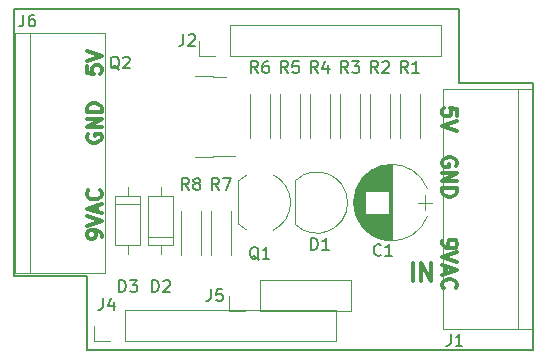
<source format=gto>
G04 #@! TF.GenerationSoftware,KiCad,Pcbnew,5.1.4+dfsg1-1*
G04 #@! TF.CreationDate,2020-08-30T00:54:54+02:00*
G04 #@! TF.ProjectId,C64Saver2,43363453-6176-4657-9232-2e6b69636164,rev?*
G04 #@! TF.SameCoordinates,Original*
G04 #@! TF.FileFunction,Legend,Top*
G04 #@! TF.FilePolarity,Positive*
%FSLAX46Y46*%
G04 Gerber Fmt 4.6, Leading zero omitted, Abs format (unit mm)*
G04 Created by KiCad (PCBNEW 5.1.4+dfsg1-1) date 2020-08-30 00:54:54*
%MOMM*%
%LPD*%
G04 APERTURE LIST*
%ADD10C,0.150000*%
%ADD11C,0.300000*%
%ADD12C,0.120000*%
G04 APERTURE END LIST*
D10*
X140462000Y-106299000D02*
X140462000Y-83693000D01*
X146685000Y-106299000D02*
X140462000Y-106299000D01*
X146685000Y-112522000D02*
X146685000Y-106299000D01*
X184404000Y-112522000D02*
X146685000Y-112522000D01*
X184404000Y-89916000D02*
X184404000Y-112522000D01*
X178181000Y-89916000D02*
X184404000Y-89916000D01*
X178181000Y-83693000D02*
X178181000Y-89916000D01*
X140462000Y-83693000D02*
X178181000Y-83693000D01*
D11*
X147885476Y-103026523D02*
X147885476Y-102788428D01*
X147825952Y-102669380D01*
X147766428Y-102609857D01*
X147587857Y-102490809D01*
X147349761Y-102431285D01*
X146873571Y-102431285D01*
X146754523Y-102490809D01*
X146695000Y-102550333D01*
X146635476Y-102669380D01*
X146635476Y-102907476D01*
X146695000Y-103026523D01*
X146754523Y-103086047D01*
X146873571Y-103145571D01*
X147171190Y-103145571D01*
X147290238Y-103086047D01*
X147349761Y-103026523D01*
X147409285Y-102907476D01*
X147409285Y-102669380D01*
X147349761Y-102550333D01*
X147290238Y-102490809D01*
X147171190Y-102431285D01*
X146635476Y-102074142D02*
X147885476Y-101657476D01*
X146635476Y-101240809D01*
X147528333Y-100883666D02*
X147528333Y-100288428D01*
X147885476Y-101002714D02*
X146635476Y-100586047D01*
X147885476Y-100169380D01*
X147766428Y-99038428D02*
X147825952Y-99097952D01*
X147885476Y-99276523D01*
X147885476Y-99395571D01*
X147825952Y-99574142D01*
X147706904Y-99693190D01*
X147587857Y-99752714D01*
X147349761Y-99812238D01*
X147171190Y-99812238D01*
X146933095Y-99752714D01*
X146814047Y-99693190D01*
X146695000Y-99574142D01*
X146635476Y-99395571D01*
X146635476Y-99276523D01*
X146695000Y-99097952D01*
X146754523Y-99038428D01*
X146695000Y-94297380D02*
X146635476Y-94416428D01*
X146635476Y-94595000D01*
X146695000Y-94773571D01*
X146814047Y-94892619D01*
X146933095Y-94952142D01*
X147171190Y-95011666D01*
X147349761Y-95011666D01*
X147587857Y-94952142D01*
X147706904Y-94892619D01*
X147825952Y-94773571D01*
X147885476Y-94595000D01*
X147885476Y-94475952D01*
X147825952Y-94297380D01*
X147766428Y-94237857D01*
X147349761Y-94237857D01*
X147349761Y-94475952D01*
X147885476Y-93702142D02*
X146635476Y-93702142D01*
X147885476Y-92987857D01*
X146635476Y-92987857D01*
X147885476Y-92392619D02*
X146635476Y-92392619D01*
X146635476Y-92095000D01*
X146695000Y-91916428D01*
X146814047Y-91797380D01*
X146933095Y-91737857D01*
X147171190Y-91678333D01*
X147349761Y-91678333D01*
X147587857Y-91737857D01*
X147706904Y-91797380D01*
X147825952Y-91916428D01*
X147885476Y-92095000D01*
X147885476Y-92392619D01*
X146635476Y-88503095D02*
X146635476Y-89098333D01*
X147230714Y-89157857D01*
X147171190Y-89098333D01*
X147111666Y-88979285D01*
X147111666Y-88681666D01*
X147171190Y-88562619D01*
X147230714Y-88503095D01*
X147349761Y-88443571D01*
X147647380Y-88443571D01*
X147766428Y-88503095D01*
X147825952Y-88562619D01*
X147885476Y-88681666D01*
X147885476Y-88979285D01*
X147825952Y-89098333D01*
X147766428Y-89157857D01*
X146635476Y-88086428D02*
X147885476Y-87669761D01*
X146635476Y-87253095D01*
X174220285Y-106723571D02*
X174220285Y-105223571D01*
X174934571Y-106723571D02*
X174934571Y-105223571D01*
X175791714Y-106723571D01*
X175791714Y-105223571D01*
X176726523Y-103348476D02*
X176726523Y-103586571D01*
X176786047Y-103705619D01*
X176845571Y-103765142D01*
X177024142Y-103884190D01*
X177262238Y-103943714D01*
X177738428Y-103943714D01*
X177857476Y-103884190D01*
X177917000Y-103824666D01*
X177976523Y-103705619D01*
X177976523Y-103467523D01*
X177917000Y-103348476D01*
X177857476Y-103288952D01*
X177738428Y-103229428D01*
X177440809Y-103229428D01*
X177321761Y-103288952D01*
X177262238Y-103348476D01*
X177202714Y-103467523D01*
X177202714Y-103705619D01*
X177262238Y-103824666D01*
X177321761Y-103884190D01*
X177440809Y-103943714D01*
X177976523Y-104300857D02*
X176726523Y-104717523D01*
X177976523Y-105134190D01*
X177083666Y-105491333D02*
X177083666Y-106086571D01*
X176726523Y-105372285D02*
X177976523Y-105788952D01*
X176726523Y-106205619D01*
X176845571Y-107336571D02*
X176786047Y-107277047D01*
X176726523Y-107098476D01*
X176726523Y-106979428D01*
X176786047Y-106800857D01*
X176905095Y-106681809D01*
X177024142Y-106622285D01*
X177262238Y-106562761D01*
X177440809Y-106562761D01*
X177678904Y-106622285D01*
X177797952Y-106681809D01*
X177917000Y-106800857D01*
X177976523Y-106979428D01*
X177976523Y-107098476D01*
X177917000Y-107277047D01*
X177857476Y-107336571D01*
X177917000Y-96964619D02*
X177976523Y-96845571D01*
X177976523Y-96667000D01*
X177917000Y-96488428D01*
X177797952Y-96369380D01*
X177678904Y-96309857D01*
X177440809Y-96250333D01*
X177262238Y-96250333D01*
X177024142Y-96309857D01*
X176905095Y-96369380D01*
X176786047Y-96488428D01*
X176726523Y-96667000D01*
X176726523Y-96786047D01*
X176786047Y-96964619D01*
X176845571Y-97024142D01*
X177262238Y-97024142D01*
X177262238Y-96786047D01*
X176726523Y-97559857D02*
X177976523Y-97559857D01*
X176726523Y-98274142D01*
X177976523Y-98274142D01*
X176726523Y-98869380D02*
X177976523Y-98869380D01*
X177976523Y-99167000D01*
X177917000Y-99345571D01*
X177797952Y-99464619D01*
X177678904Y-99524142D01*
X177440809Y-99583666D01*
X177262238Y-99583666D01*
X177024142Y-99524142D01*
X176905095Y-99464619D01*
X176786047Y-99345571D01*
X176726523Y-99167000D01*
X176726523Y-98869380D01*
X177976523Y-92725904D02*
X177976523Y-92130666D01*
X177381285Y-92071142D01*
X177440809Y-92130666D01*
X177500333Y-92249714D01*
X177500333Y-92547333D01*
X177440809Y-92666380D01*
X177381285Y-92725904D01*
X177262238Y-92785428D01*
X176964619Y-92785428D01*
X176845571Y-92725904D01*
X176786047Y-92666380D01*
X176726523Y-92547333D01*
X176726523Y-92249714D01*
X176786047Y-92130666D01*
X176845571Y-92071142D01*
X177976523Y-93142571D02*
X176726523Y-93559238D01*
X177976523Y-93975904D01*
D12*
X169428180Y-101255136D02*
G75*
G03X175463482Y-101256000I3017820J1179136D01*
G01*
X169428180Y-98896864D02*
G75*
G02X175463482Y-98896000I3017820J-1179136D01*
G01*
X169428180Y-98896864D02*
G75*
G03X169428518Y-101256000I3017820J-1179136D01*
G01*
X172446000Y-103276000D02*
X172446000Y-96876000D01*
X172406000Y-103276000D02*
X172406000Y-96876000D01*
X172366000Y-103276000D02*
X172366000Y-96876000D01*
X172326000Y-103274000D02*
X172326000Y-96878000D01*
X172286000Y-103273000D02*
X172286000Y-96879000D01*
X172246000Y-103270000D02*
X172246000Y-96882000D01*
X172206000Y-103268000D02*
X172206000Y-96884000D01*
X172166000Y-103264000D02*
X172166000Y-101056000D01*
X172166000Y-99096000D02*
X172166000Y-96888000D01*
X172126000Y-103261000D02*
X172126000Y-101056000D01*
X172126000Y-99096000D02*
X172126000Y-96891000D01*
X172086000Y-103256000D02*
X172086000Y-101056000D01*
X172086000Y-99096000D02*
X172086000Y-96896000D01*
X172046000Y-103252000D02*
X172046000Y-101056000D01*
X172046000Y-99096000D02*
X172046000Y-96900000D01*
X172006000Y-103246000D02*
X172006000Y-101056000D01*
X172006000Y-99096000D02*
X172006000Y-96906000D01*
X171966000Y-103241000D02*
X171966000Y-101056000D01*
X171966000Y-99096000D02*
X171966000Y-96911000D01*
X171926000Y-103234000D02*
X171926000Y-101056000D01*
X171926000Y-99096000D02*
X171926000Y-96918000D01*
X171886000Y-103228000D02*
X171886000Y-101056000D01*
X171886000Y-99096000D02*
X171886000Y-96924000D01*
X171846000Y-103220000D02*
X171846000Y-101056000D01*
X171846000Y-99096000D02*
X171846000Y-96932000D01*
X171806000Y-103213000D02*
X171806000Y-101056000D01*
X171806000Y-99096000D02*
X171806000Y-96939000D01*
X171766000Y-103204000D02*
X171766000Y-101056000D01*
X171766000Y-99096000D02*
X171766000Y-96948000D01*
X171725000Y-103195000D02*
X171725000Y-101056000D01*
X171725000Y-99096000D02*
X171725000Y-96957000D01*
X171685000Y-103186000D02*
X171685000Y-101056000D01*
X171685000Y-99096000D02*
X171685000Y-96966000D01*
X171645000Y-103176000D02*
X171645000Y-101056000D01*
X171645000Y-99096000D02*
X171645000Y-96976000D01*
X171605000Y-103166000D02*
X171605000Y-101056000D01*
X171605000Y-99096000D02*
X171605000Y-96986000D01*
X171565000Y-103155000D02*
X171565000Y-101056000D01*
X171565000Y-99096000D02*
X171565000Y-96997000D01*
X171525000Y-103143000D02*
X171525000Y-101056000D01*
X171525000Y-99096000D02*
X171525000Y-97009000D01*
X171485000Y-103131000D02*
X171485000Y-101056000D01*
X171485000Y-99096000D02*
X171485000Y-97021000D01*
X171445000Y-103118000D02*
X171445000Y-101056000D01*
X171445000Y-99096000D02*
X171445000Y-97034000D01*
X171405000Y-103105000D02*
X171405000Y-101056000D01*
X171405000Y-99096000D02*
X171405000Y-97047000D01*
X171365000Y-103091000D02*
X171365000Y-101056000D01*
X171365000Y-99096000D02*
X171365000Y-97061000D01*
X171325000Y-103077000D02*
X171325000Y-101056000D01*
X171325000Y-99096000D02*
X171325000Y-97075000D01*
X171285000Y-103062000D02*
X171285000Y-101056000D01*
X171285000Y-99096000D02*
X171285000Y-97090000D01*
X171245000Y-103046000D02*
X171245000Y-101056000D01*
X171245000Y-99096000D02*
X171245000Y-97106000D01*
X171205000Y-103030000D02*
X171205000Y-101056000D01*
X171205000Y-99096000D02*
X171205000Y-97122000D01*
X171165000Y-103013000D02*
X171165000Y-101056000D01*
X171165000Y-99096000D02*
X171165000Y-97139000D01*
X171125000Y-102995000D02*
X171125000Y-101056000D01*
X171125000Y-99096000D02*
X171125000Y-97157000D01*
X171085000Y-102977000D02*
X171085000Y-101056000D01*
X171085000Y-99096000D02*
X171085000Y-97175000D01*
X171045000Y-102958000D02*
X171045000Y-101056000D01*
X171045000Y-99096000D02*
X171045000Y-97194000D01*
X171005000Y-102939000D02*
X171005000Y-101056000D01*
X171005000Y-99096000D02*
X171005000Y-97213000D01*
X170965000Y-102919000D02*
X170965000Y-101056000D01*
X170965000Y-99096000D02*
X170965000Y-97233000D01*
X170925000Y-102898000D02*
X170925000Y-101056000D01*
X170925000Y-99096000D02*
X170925000Y-97254000D01*
X170885000Y-102876000D02*
X170885000Y-101056000D01*
X170885000Y-99096000D02*
X170885000Y-97276000D01*
X170845000Y-102854000D02*
X170845000Y-101056000D01*
X170845000Y-99096000D02*
X170845000Y-97298000D01*
X170805000Y-102831000D02*
X170805000Y-101056000D01*
X170805000Y-99096000D02*
X170805000Y-97321000D01*
X170765000Y-102807000D02*
X170765000Y-101056000D01*
X170765000Y-99096000D02*
X170765000Y-97345000D01*
X170725000Y-102782000D02*
X170725000Y-101056000D01*
X170725000Y-99096000D02*
X170725000Y-97370000D01*
X170685000Y-102757000D02*
X170685000Y-101056000D01*
X170685000Y-99096000D02*
X170685000Y-97395000D01*
X170645000Y-102730000D02*
X170645000Y-101056000D01*
X170645000Y-99096000D02*
X170645000Y-97422000D01*
X170605000Y-102703000D02*
X170605000Y-101056000D01*
X170605000Y-99096000D02*
X170605000Y-97449000D01*
X170565000Y-102675000D02*
X170565000Y-101056000D01*
X170565000Y-99096000D02*
X170565000Y-97477000D01*
X170525000Y-102646000D02*
X170525000Y-101056000D01*
X170525000Y-99096000D02*
X170525000Y-97506000D01*
X170485000Y-102616000D02*
X170485000Y-101056000D01*
X170485000Y-99096000D02*
X170485000Y-97536000D01*
X170445000Y-102586000D02*
X170445000Y-101056000D01*
X170445000Y-99096000D02*
X170445000Y-97566000D01*
X170405000Y-102554000D02*
X170405000Y-101056000D01*
X170405000Y-99096000D02*
X170405000Y-97598000D01*
X170365000Y-102521000D02*
X170365000Y-101056000D01*
X170365000Y-99096000D02*
X170365000Y-97631000D01*
X170325000Y-102487000D02*
X170325000Y-101056000D01*
X170325000Y-99096000D02*
X170325000Y-97665000D01*
X170285000Y-102451000D02*
X170285000Y-101056000D01*
X170285000Y-99096000D02*
X170285000Y-97701000D01*
X170245000Y-102415000D02*
X170245000Y-101056000D01*
X170245000Y-99096000D02*
X170245000Y-97737000D01*
X170205000Y-102377000D02*
X170205000Y-97775000D01*
X170165000Y-102338000D02*
X170165000Y-97814000D01*
X170125000Y-102298000D02*
X170125000Y-97854000D01*
X170085000Y-102256000D02*
X170085000Y-97896000D01*
X170045000Y-102213000D02*
X170045000Y-97939000D01*
X170005000Y-102168000D02*
X170005000Y-97984000D01*
X169965000Y-102121000D02*
X169965000Y-98031000D01*
X169925000Y-102073000D02*
X169925000Y-98079000D01*
X169885000Y-102022000D02*
X169885000Y-98130000D01*
X169845000Y-101970000D02*
X169845000Y-98182000D01*
X169805000Y-101915000D02*
X169805000Y-98237000D01*
X169765000Y-101857000D02*
X169765000Y-98295000D01*
X169725000Y-101797000D02*
X169725000Y-98355000D01*
X169685000Y-101734000D02*
X169685000Y-98418000D01*
X169645000Y-101667000D02*
X169645000Y-98485000D01*
X169605000Y-101596000D02*
X169605000Y-98556000D01*
X169565000Y-101521000D02*
X169565000Y-98631000D01*
X169525000Y-101440000D02*
X169525000Y-98712000D01*
X169485000Y-101354000D02*
X169485000Y-98798000D01*
X169445000Y-101260000D02*
X169445000Y-98892000D01*
X169405000Y-101157000D02*
X169405000Y-98995000D01*
X169365000Y-101042000D02*
X169365000Y-99110000D01*
X169325000Y-100910000D02*
X169325000Y-99242000D01*
X169285000Y-100752000D02*
X169285000Y-99400000D01*
X169245000Y-100544000D02*
X169245000Y-99608000D01*
X175896000Y-100076000D02*
X174696000Y-100076000D01*
X175296000Y-100726000D02*
X175296000Y-99426000D01*
X148209000Y-85725000D02*
X140589000Y-85725000D01*
X140589000Y-106045000D02*
X148209000Y-106045000D01*
X141859000Y-106045000D02*
X141859000Y-85725000D01*
X148209000Y-85725000D02*
X148209000Y-106045000D01*
X140589000Y-85725000D02*
X140589000Y-106045000D01*
X151848000Y-103660000D02*
X153968000Y-103660000D01*
X153968000Y-103660000D02*
X153968000Y-99540000D01*
X153968000Y-99540000D02*
X151848000Y-99540000D01*
X151848000Y-99540000D02*
X151848000Y-103660000D01*
X152908000Y-104430000D02*
X152908000Y-103660000D01*
X152908000Y-98770000D02*
X152908000Y-99540000D01*
X151848000Y-103000000D02*
X153968000Y-103000000D01*
X151174000Y-99540000D02*
X149054000Y-99540000D01*
X149054000Y-99540000D02*
X149054000Y-103660000D01*
X149054000Y-103660000D02*
X151174000Y-103660000D01*
X151174000Y-103660000D02*
X151174000Y-99540000D01*
X150114000Y-98770000D02*
X150114000Y-99540000D01*
X150114000Y-104430000D02*
X150114000Y-103660000D01*
X151174000Y-100200000D02*
X149054000Y-100200000D01*
X176784000Y-110744000D02*
X184404000Y-110744000D01*
X184404000Y-90424000D02*
X176784000Y-90424000D01*
X183134000Y-90424000D02*
X183134000Y-110744000D01*
X176784000Y-110744000D02*
X176784000Y-90424000D01*
X184404000Y-110744000D02*
X184404000Y-90424000D01*
X164266000Y-98276000D02*
X164266000Y-101876000D01*
X164277522Y-98237522D02*
G75*
G02X168716000Y-100076000I1838478J-1838478D01*
G01*
X164277522Y-101914478D02*
G75*
G03X168716000Y-100076000I1838478J1838478D01*
G01*
X155797600Y-96261600D02*
X157297600Y-96261600D01*
X157297600Y-96261600D02*
X157297600Y-96161600D01*
X157297600Y-96161600D02*
X159197600Y-96161600D01*
X155797600Y-89361600D02*
X157297600Y-89361600D01*
X157297600Y-89361600D02*
X157297600Y-89461600D01*
X157297600Y-89461600D02*
X158397600Y-89461600D01*
X176590000Y-87690000D02*
X176590000Y-85030000D01*
X158750000Y-87690000D02*
X176590000Y-87690000D01*
X158750000Y-85030000D02*
X176590000Y-85030000D01*
X158750000Y-87690000D02*
X158750000Y-85030000D01*
X157480000Y-87690000D02*
X156150000Y-87690000D01*
X156150000Y-87690000D02*
X156150000Y-86360000D01*
X167700000Y-111820000D02*
X167700000Y-109160000D01*
X149860000Y-111820000D02*
X167700000Y-111820000D01*
X149860000Y-109160000D02*
X167700000Y-109160000D01*
X149860000Y-111820000D02*
X149860000Y-109160000D01*
X148590000Y-111820000D02*
X147260000Y-111820000D01*
X147260000Y-111820000D02*
X147260000Y-110490000D01*
X168970000Y-109280000D02*
X168970000Y-106620000D01*
X161290000Y-109280000D02*
X168970000Y-109280000D01*
X161290000Y-106620000D02*
X168970000Y-106620000D01*
X161290000Y-109280000D02*
X161290000Y-106620000D01*
X160020000Y-109280000D02*
X158690000Y-109280000D01*
X158690000Y-109280000D02*
X158690000Y-107950000D01*
X174850000Y-90850000D02*
X174850000Y-94570000D01*
X173130000Y-90850000D02*
X173130000Y-94570000D01*
X172310000Y-90850000D02*
X172310000Y-94570000D01*
X170590000Y-90850000D02*
X170590000Y-94570000D01*
X169770000Y-90850000D02*
X169770000Y-94570000D01*
X168050000Y-90850000D02*
X168050000Y-94570000D01*
X167230000Y-90850000D02*
X167230000Y-94570000D01*
X165510000Y-90850000D02*
X165510000Y-94570000D01*
X164690000Y-90850000D02*
X164690000Y-94570000D01*
X162970000Y-90850000D02*
X162970000Y-94570000D01*
X162150000Y-90850000D02*
X162150000Y-94570000D01*
X160430000Y-90850000D02*
X160430000Y-94570000D01*
X158848000Y-100756000D02*
X158848000Y-104476000D01*
X157128000Y-100756000D02*
X157128000Y-104476000D01*
X154588000Y-104476000D02*
X154588000Y-100756000D01*
X156308000Y-104476000D02*
X156308000Y-100756000D01*
X159440000Y-98276000D02*
X159440000Y-101876000D01*
X160167205Y-97751816D02*
G75*
G03X159440000Y-98276000I1122795J-2324184D01*
G01*
X162388807Y-97719600D02*
G75*
G02X163890000Y-100076000I-1098807J-2356400D01*
G01*
X162388807Y-102432400D02*
G75*
G03X163890000Y-100076000I-1098807J2356400D01*
G01*
X160167205Y-102400184D02*
G75*
G02X159440000Y-101876000I1122795J2324184D01*
G01*
D10*
X171537333Y-104497142D02*
X171489714Y-104544761D01*
X171346857Y-104592380D01*
X171251619Y-104592380D01*
X171108761Y-104544761D01*
X171013523Y-104449523D01*
X170965904Y-104354285D01*
X170918285Y-104163809D01*
X170918285Y-104020952D01*
X170965904Y-103830476D01*
X171013523Y-103735238D01*
X171108761Y-103640000D01*
X171251619Y-103592380D01*
X171346857Y-103592380D01*
X171489714Y-103640000D01*
X171537333Y-103687619D01*
X172489714Y-104592380D02*
X171918285Y-104592380D01*
X172204000Y-104592380D02*
X172204000Y-103592380D01*
X172108761Y-103735238D01*
X172013523Y-103830476D01*
X171918285Y-103878095D01*
X141271666Y-84161380D02*
X141271666Y-84875666D01*
X141224047Y-85018523D01*
X141128809Y-85113761D01*
X140985952Y-85161380D01*
X140890714Y-85161380D01*
X142176428Y-84161380D02*
X141985952Y-84161380D01*
X141890714Y-84209000D01*
X141843095Y-84256619D01*
X141747857Y-84399476D01*
X141700238Y-84589952D01*
X141700238Y-84970904D01*
X141747857Y-85066142D01*
X141795476Y-85113761D01*
X141890714Y-85161380D01*
X142081190Y-85161380D01*
X142176428Y-85113761D01*
X142224047Y-85066142D01*
X142271666Y-84970904D01*
X142271666Y-84732809D01*
X142224047Y-84637571D01*
X142176428Y-84589952D01*
X142081190Y-84542333D01*
X141890714Y-84542333D01*
X141795476Y-84589952D01*
X141747857Y-84637571D01*
X141700238Y-84732809D01*
X152169904Y-107640380D02*
X152169904Y-106640380D01*
X152408000Y-106640380D01*
X152550857Y-106688000D01*
X152646095Y-106783238D01*
X152693714Y-106878476D01*
X152741333Y-107068952D01*
X152741333Y-107211809D01*
X152693714Y-107402285D01*
X152646095Y-107497523D01*
X152550857Y-107592761D01*
X152408000Y-107640380D01*
X152169904Y-107640380D01*
X153122285Y-106735619D02*
X153169904Y-106688000D01*
X153265142Y-106640380D01*
X153503238Y-106640380D01*
X153598476Y-106688000D01*
X153646095Y-106735619D01*
X153693714Y-106830857D01*
X153693714Y-106926095D01*
X153646095Y-107068952D01*
X153074666Y-107640380D01*
X153693714Y-107640380D01*
X149375904Y-107640380D02*
X149375904Y-106640380D01*
X149614000Y-106640380D01*
X149756857Y-106688000D01*
X149852095Y-106783238D01*
X149899714Y-106878476D01*
X149947333Y-107068952D01*
X149947333Y-107211809D01*
X149899714Y-107402285D01*
X149852095Y-107497523D01*
X149756857Y-107592761D01*
X149614000Y-107640380D01*
X149375904Y-107640380D01*
X150280666Y-106640380D02*
X150899714Y-106640380D01*
X150566380Y-107021333D01*
X150709238Y-107021333D01*
X150804476Y-107068952D01*
X150852095Y-107116571D01*
X150899714Y-107211809D01*
X150899714Y-107449904D01*
X150852095Y-107545142D01*
X150804476Y-107592761D01*
X150709238Y-107640380D01*
X150423523Y-107640380D01*
X150328285Y-107592761D01*
X150280666Y-107545142D01*
X177438726Y-111212380D02*
X177438726Y-111926666D01*
X177391107Y-112069523D01*
X177295869Y-112164761D01*
X177153012Y-112212380D01*
X177057774Y-112212380D01*
X178438726Y-112212380D02*
X177867298Y-112212380D01*
X178153012Y-112212380D02*
X178153012Y-111212380D01*
X178057774Y-111355238D01*
X177962536Y-111450476D01*
X177867298Y-111498095D01*
X165631904Y-104084380D02*
X165631904Y-103084380D01*
X165870000Y-103084380D01*
X166012857Y-103132000D01*
X166108095Y-103227238D01*
X166155714Y-103322476D01*
X166203333Y-103512952D01*
X166203333Y-103655809D01*
X166155714Y-103846285D01*
X166108095Y-103941523D01*
X166012857Y-104036761D01*
X165870000Y-104084380D01*
X165631904Y-104084380D01*
X167155714Y-104084380D02*
X166584285Y-104084380D01*
X166870000Y-104084380D02*
X166870000Y-103084380D01*
X166774761Y-103227238D01*
X166679523Y-103322476D01*
X166584285Y-103370095D01*
X149380361Y-88812619D02*
X149285123Y-88765000D01*
X149189885Y-88669761D01*
X149047028Y-88526904D01*
X148951790Y-88479285D01*
X148856552Y-88479285D01*
X148904171Y-88717380D02*
X148808933Y-88669761D01*
X148713695Y-88574523D01*
X148666076Y-88384047D01*
X148666076Y-88050714D01*
X148713695Y-87860238D01*
X148808933Y-87765000D01*
X148904171Y-87717380D01*
X149094647Y-87717380D01*
X149189885Y-87765000D01*
X149285123Y-87860238D01*
X149332742Y-88050714D01*
X149332742Y-88384047D01*
X149285123Y-88574523D01*
X149189885Y-88669761D01*
X149094647Y-88717380D01*
X148904171Y-88717380D01*
X149713695Y-87812619D02*
X149761314Y-87765000D01*
X149856552Y-87717380D01*
X150094647Y-87717380D01*
X150189885Y-87765000D01*
X150237504Y-87812619D01*
X150285123Y-87907857D01*
X150285123Y-88003095D01*
X150237504Y-88145952D01*
X149666076Y-88717380D01*
X150285123Y-88717380D01*
X154816666Y-85812380D02*
X154816666Y-86526666D01*
X154769047Y-86669523D01*
X154673809Y-86764761D01*
X154530952Y-86812380D01*
X154435714Y-86812380D01*
X155245238Y-85907619D02*
X155292857Y-85860000D01*
X155388095Y-85812380D01*
X155626190Y-85812380D01*
X155721428Y-85860000D01*
X155769047Y-85907619D01*
X155816666Y-86002857D01*
X155816666Y-86098095D01*
X155769047Y-86240952D01*
X155197619Y-86812380D01*
X155816666Y-86812380D01*
X148002666Y-108164380D02*
X148002666Y-108878666D01*
X147955047Y-109021523D01*
X147859809Y-109116761D01*
X147716952Y-109164380D01*
X147621714Y-109164380D01*
X148907428Y-108497714D02*
X148907428Y-109164380D01*
X148669333Y-108116761D02*
X148431238Y-108831047D01*
X149050285Y-108831047D01*
X157146666Y-107402380D02*
X157146666Y-108116666D01*
X157099047Y-108259523D01*
X157003809Y-108354761D01*
X156860952Y-108402380D01*
X156765714Y-108402380D01*
X158099047Y-107402380D02*
X157622857Y-107402380D01*
X157575238Y-107878571D01*
X157622857Y-107830952D01*
X157718095Y-107783333D01*
X157956190Y-107783333D01*
X158051428Y-107830952D01*
X158099047Y-107878571D01*
X158146666Y-107973809D01*
X158146666Y-108211904D01*
X158099047Y-108307142D01*
X158051428Y-108354761D01*
X157956190Y-108402380D01*
X157718095Y-108402380D01*
X157622857Y-108354761D01*
X157575238Y-108307142D01*
X173823333Y-89098380D02*
X173490000Y-88622190D01*
X173251904Y-89098380D02*
X173251904Y-88098380D01*
X173632857Y-88098380D01*
X173728095Y-88146000D01*
X173775714Y-88193619D01*
X173823333Y-88288857D01*
X173823333Y-88431714D01*
X173775714Y-88526952D01*
X173728095Y-88574571D01*
X173632857Y-88622190D01*
X173251904Y-88622190D01*
X174775714Y-89098380D02*
X174204285Y-89098380D01*
X174490000Y-89098380D02*
X174490000Y-88098380D01*
X174394761Y-88241238D01*
X174299523Y-88336476D01*
X174204285Y-88384095D01*
X171283333Y-89098380D02*
X170950000Y-88622190D01*
X170711904Y-89098380D02*
X170711904Y-88098380D01*
X171092857Y-88098380D01*
X171188095Y-88146000D01*
X171235714Y-88193619D01*
X171283333Y-88288857D01*
X171283333Y-88431714D01*
X171235714Y-88526952D01*
X171188095Y-88574571D01*
X171092857Y-88622190D01*
X170711904Y-88622190D01*
X171664285Y-88193619D02*
X171711904Y-88146000D01*
X171807142Y-88098380D01*
X172045238Y-88098380D01*
X172140476Y-88146000D01*
X172188095Y-88193619D01*
X172235714Y-88288857D01*
X172235714Y-88384095D01*
X172188095Y-88526952D01*
X171616666Y-89098380D01*
X172235714Y-89098380D01*
X168743333Y-89098380D02*
X168410000Y-88622190D01*
X168171904Y-89098380D02*
X168171904Y-88098380D01*
X168552857Y-88098380D01*
X168648095Y-88146000D01*
X168695714Y-88193619D01*
X168743333Y-88288857D01*
X168743333Y-88431714D01*
X168695714Y-88526952D01*
X168648095Y-88574571D01*
X168552857Y-88622190D01*
X168171904Y-88622190D01*
X169076666Y-88098380D02*
X169695714Y-88098380D01*
X169362380Y-88479333D01*
X169505238Y-88479333D01*
X169600476Y-88526952D01*
X169648095Y-88574571D01*
X169695714Y-88669809D01*
X169695714Y-88907904D01*
X169648095Y-89003142D01*
X169600476Y-89050761D01*
X169505238Y-89098380D01*
X169219523Y-89098380D01*
X169124285Y-89050761D01*
X169076666Y-89003142D01*
X166203333Y-89098380D02*
X165870000Y-88622190D01*
X165631904Y-89098380D02*
X165631904Y-88098380D01*
X166012857Y-88098380D01*
X166108095Y-88146000D01*
X166155714Y-88193619D01*
X166203333Y-88288857D01*
X166203333Y-88431714D01*
X166155714Y-88526952D01*
X166108095Y-88574571D01*
X166012857Y-88622190D01*
X165631904Y-88622190D01*
X167060476Y-88431714D02*
X167060476Y-89098380D01*
X166822380Y-88050761D02*
X166584285Y-88765047D01*
X167203333Y-88765047D01*
X163663333Y-89098380D02*
X163330000Y-88622190D01*
X163091904Y-89098380D02*
X163091904Y-88098380D01*
X163472857Y-88098380D01*
X163568095Y-88146000D01*
X163615714Y-88193619D01*
X163663333Y-88288857D01*
X163663333Y-88431714D01*
X163615714Y-88526952D01*
X163568095Y-88574571D01*
X163472857Y-88622190D01*
X163091904Y-88622190D01*
X164568095Y-88098380D02*
X164091904Y-88098380D01*
X164044285Y-88574571D01*
X164091904Y-88526952D01*
X164187142Y-88479333D01*
X164425238Y-88479333D01*
X164520476Y-88526952D01*
X164568095Y-88574571D01*
X164615714Y-88669809D01*
X164615714Y-88907904D01*
X164568095Y-89003142D01*
X164520476Y-89050761D01*
X164425238Y-89098380D01*
X164187142Y-89098380D01*
X164091904Y-89050761D01*
X164044285Y-89003142D01*
X161123333Y-89098380D02*
X160790000Y-88622190D01*
X160551904Y-89098380D02*
X160551904Y-88098380D01*
X160932857Y-88098380D01*
X161028095Y-88146000D01*
X161075714Y-88193619D01*
X161123333Y-88288857D01*
X161123333Y-88431714D01*
X161075714Y-88526952D01*
X161028095Y-88574571D01*
X160932857Y-88622190D01*
X160551904Y-88622190D01*
X161980476Y-88098380D02*
X161790000Y-88098380D01*
X161694761Y-88146000D01*
X161647142Y-88193619D01*
X161551904Y-88336476D01*
X161504285Y-88526952D01*
X161504285Y-88907904D01*
X161551904Y-89003142D01*
X161599523Y-89050761D01*
X161694761Y-89098380D01*
X161885238Y-89098380D01*
X161980476Y-89050761D01*
X162028095Y-89003142D01*
X162075714Y-88907904D01*
X162075714Y-88669809D01*
X162028095Y-88574571D01*
X161980476Y-88526952D01*
X161885238Y-88479333D01*
X161694761Y-88479333D01*
X161599523Y-88526952D01*
X161551904Y-88574571D01*
X161504285Y-88669809D01*
X157821333Y-99004380D02*
X157488000Y-98528190D01*
X157249904Y-99004380D02*
X157249904Y-98004380D01*
X157630857Y-98004380D01*
X157726095Y-98052000D01*
X157773714Y-98099619D01*
X157821333Y-98194857D01*
X157821333Y-98337714D01*
X157773714Y-98432952D01*
X157726095Y-98480571D01*
X157630857Y-98528190D01*
X157249904Y-98528190D01*
X158154666Y-98004380D02*
X158821333Y-98004380D01*
X158392761Y-99004380D01*
X155281333Y-99004380D02*
X154948000Y-98528190D01*
X154709904Y-99004380D02*
X154709904Y-98004380D01*
X155090857Y-98004380D01*
X155186095Y-98052000D01*
X155233714Y-98099619D01*
X155281333Y-98194857D01*
X155281333Y-98337714D01*
X155233714Y-98432952D01*
X155186095Y-98480571D01*
X155090857Y-98528190D01*
X154709904Y-98528190D01*
X155852761Y-98432952D02*
X155757523Y-98385333D01*
X155709904Y-98337714D01*
X155662285Y-98242476D01*
X155662285Y-98194857D01*
X155709904Y-98099619D01*
X155757523Y-98052000D01*
X155852761Y-98004380D01*
X156043238Y-98004380D01*
X156138476Y-98052000D01*
X156186095Y-98099619D01*
X156233714Y-98194857D01*
X156233714Y-98242476D01*
X156186095Y-98337714D01*
X156138476Y-98385333D01*
X156043238Y-98432952D01*
X155852761Y-98432952D01*
X155757523Y-98480571D01*
X155709904Y-98528190D01*
X155662285Y-98623428D01*
X155662285Y-98813904D01*
X155709904Y-98909142D01*
X155757523Y-98956761D01*
X155852761Y-99004380D01*
X156043238Y-99004380D01*
X156138476Y-98956761D01*
X156186095Y-98909142D01*
X156233714Y-98813904D01*
X156233714Y-98623428D01*
X156186095Y-98528190D01*
X156138476Y-98480571D01*
X156043238Y-98432952D01*
X161194761Y-104941619D02*
X161099523Y-104894000D01*
X161004285Y-104798761D01*
X160861428Y-104655904D01*
X160766190Y-104608285D01*
X160670952Y-104608285D01*
X160718571Y-104846380D02*
X160623333Y-104798761D01*
X160528095Y-104703523D01*
X160480476Y-104513047D01*
X160480476Y-104179714D01*
X160528095Y-103989238D01*
X160623333Y-103894000D01*
X160718571Y-103846380D01*
X160909047Y-103846380D01*
X161004285Y-103894000D01*
X161099523Y-103989238D01*
X161147142Y-104179714D01*
X161147142Y-104513047D01*
X161099523Y-104703523D01*
X161004285Y-104798761D01*
X160909047Y-104846380D01*
X160718571Y-104846380D01*
X162099523Y-104846380D02*
X161528095Y-104846380D01*
X161813809Y-104846380D02*
X161813809Y-103846380D01*
X161718571Y-103989238D01*
X161623333Y-104084476D01*
X161528095Y-104132095D01*
M02*

</source>
